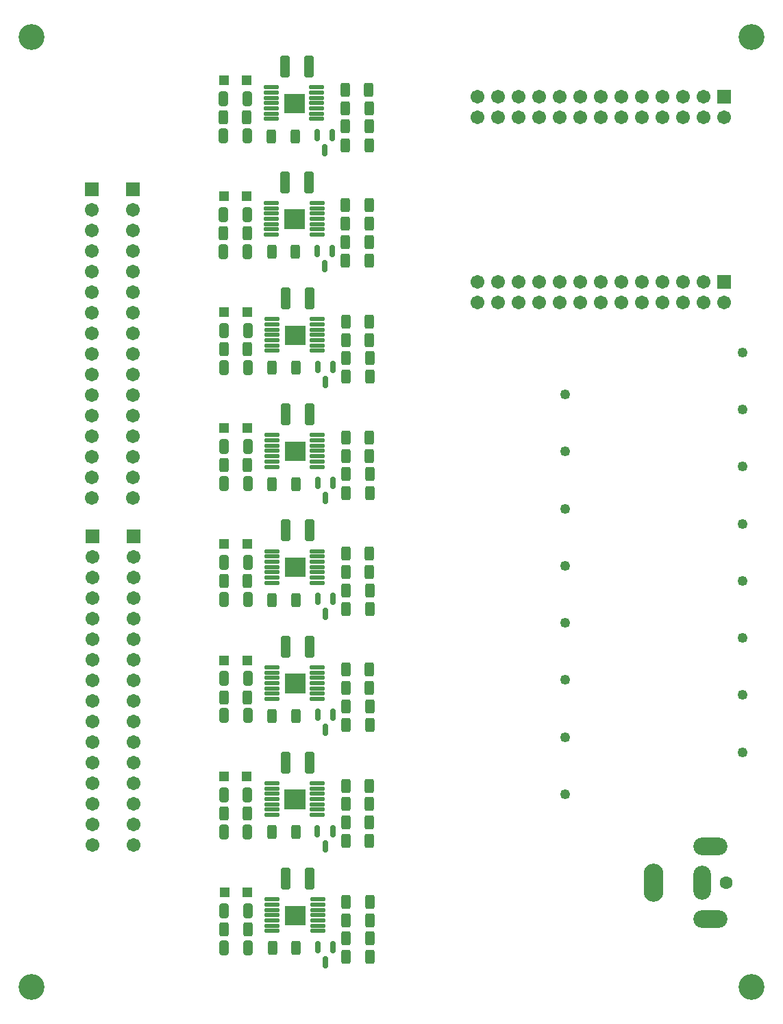
<source format=gbr>
G04 #@! TF.GenerationSoftware,KiCad,Pcbnew,8.0.1*
G04 #@! TF.CreationDate,2024-09-07T13:53:51-04:00*
G04 #@! TF.ProjectId,16ch-driver-v1,31366368-2d64-4726-9976-65722d76312e,rev?*
G04 #@! TF.SameCoordinates,Original*
G04 #@! TF.FileFunction,Soldermask,Bot*
G04 #@! TF.FilePolarity,Negative*
%FSLAX46Y46*%
G04 Gerber Fmt 4.6, Leading zero omitted, Abs format (unit mm)*
G04 Created by KiCad (PCBNEW 8.0.1) date 2024-09-07 13:53:51*
%MOMM*%
%LPD*%
G01*
G04 APERTURE LIST*
G04 Aperture macros list*
%AMRoundRect*
0 Rectangle with rounded corners*
0 $1 Rounding radius*
0 $2 $3 $4 $5 $6 $7 $8 $9 X,Y pos of 4 corners*
0 Add a 4 corners polygon primitive as box body*
4,1,4,$2,$3,$4,$5,$6,$7,$8,$9,$2,$3,0*
0 Add four circle primitives for the rounded corners*
1,1,$1+$1,$2,$3*
1,1,$1+$1,$4,$5*
1,1,$1+$1,$6,$7*
1,1,$1+$1,$8,$9*
0 Add four rect primitives between the rounded corners*
20,1,$1+$1,$2,$3,$4,$5,0*
20,1,$1+$1,$4,$5,$6,$7,0*
20,1,$1+$1,$6,$7,$8,$9,0*
20,1,$1+$1,$8,$9,$2,$3,0*%
G04 Aperture macros list end*
%ADD10C,0.010000*%
%ADD11C,3.200000*%
%ADD12C,1.250000*%
%ADD13RoundRect,0.102000X-0.754000X0.754000X-0.754000X-0.754000X0.754000X-0.754000X0.754000X0.754000X0*%
%ADD14C,1.712000*%
%ADD15C,1.600000*%
%ADD16O,2.454000X4.704000*%
%ADD17O,2.204000X4.204000*%
%ADD18O,4.204000X2.204000*%
%ADD19RoundRect,0.250000X0.312500X0.625000X-0.312500X0.625000X-0.312500X-0.625000X0.312500X-0.625000X0*%
%ADD20RoundRect,0.150000X-0.150000X0.587500X-0.150000X-0.587500X0.150000X-0.587500X0.150000X0.587500X0*%
%ADD21RoundRect,0.250000X0.325000X1.100000X-0.325000X1.100000X-0.325000X-1.100000X0.325000X-1.100000X0*%
%ADD22RoundRect,0.250000X-0.325000X-0.650000X0.325000X-0.650000X0.325000X0.650000X-0.325000X0.650000X0*%
%ADD23RoundRect,0.102000X-0.800000X-0.150000X0.800000X-0.150000X0.800000X0.150000X-0.800000X0.150000X0*%
%ADD24R,1.200000X1.200000*%
%ADD25RoundRect,0.250000X-0.312500X-0.625000X0.312500X-0.625000X0.312500X0.625000X-0.312500X0.625000X0*%
G04 APERTURE END LIST*
D10*
G04 #@! TO.C,U12*
X127816503Y-94084999D02*
X125356503Y-94084999D01*
X125356503Y-91774999D01*
X127816503Y-91774999D01*
X127816503Y-94084999D01*
G36*
X127816503Y-94084999D02*
G01*
X125356503Y-94084999D01*
X125356503Y-91774999D01*
X127816503Y-91774999D01*
X127816503Y-94084999D01*
G37*
G04 #@! TO.C,U13*
X127816503Y-108409999D02*
X125356503Y-108409999D01*
X125356503Y-106099999D01*
X127816503Y-106099999D01*
X127816503Y-108409999D01*
G36*
X127816503Y-108409999D02*
G01*
X125356503Y-108409999D01*
X125356503Y-106099999D01*
X127816503Y-106099999D01*
X127816503Y-108409999D01*
G37*
G04 #@! TO.C,U9*
X127741503Y-51147499D02*
X125281503Y-51147499D01*
X125281503Y-48837499D01*
X127741503Y-48837499D01*
X127741503Y-51147499D01*
G36*
X127741503Y-51147499D02*
G01*
X125281503Y-51147499D01*
X125281503Y-48837499D01*
X127741503Y-48837499D01*
X127741503Y-51147499D01*
G37*
G04 #@! TO.C,U16*
X127847502Y-151379999D02*
X125387502Y-151379999D01*
X125387502Y-149069999D01*
X127847502Y-149069999D01*
X127847502Y-151379999D01*
G36*
X127847502Y-151379999D02*
G01*
X125387502Y-151379999D01*
X125387502Y-149069999D01*
X127847502Y-149069999D01*
X127847502Y-151379999D01*
G37*
G04 #@! TO.C,U10*
X127766503Y-65434999D02*
X125306503Y-65434999D01*
X125306503Y-63124999D01*
X127766503Y-63124999D01*
X127766503Y-65434999D01*
G36*
X127766503Y-65434999D02*
G01*
X125306503Y-65434999D01*
X125306503Y-63124999D01*
X127766503Y-63124999D01*
X127766503Y-65434999D01*
G37*
G04 #@! TO.C,U14*
X127816503Y-122734999D02*
X125356503Y-122734999D01*
X125356503Y-120424999D01*
X127816503Y-120424999D01*
X127816503Y-122734999D01*
G36*
X127816503Y-122734999D02*
G01*
X125356503Y-122734999D01*
X125356503Y-120424999D01*
X127816503Y-120424999D01*
X127816503Y-122734999D01*
G37*
G04 #@! TO.C,U15*
X127805000Y-137065000D02*
X125345000Y-137065000D01*
X125345000Y-134755000D01*
X127805000Y-134755000D01*
X127805000Y-137065000D01*
G36*
X127805000Y-137065000D02*
G01*
X125345000Y-137065000D01*
X125345000Y-134755000D01*
X127805000Y-134755000D01*
X127805000Y-137065000D01*
G37*
G04 #@! TO.C,U11*
X127816503Y-79759999D02*
X125356503Y-79759999D01*
X125356503Y-77449999D01*
X127816503Y-77449999D01*
X127816503Y-79759999D01*
G36*
X127816503Y-79759999D02*
G01*
X125356503Y-79759999D01*
X125356503Y-77449999D01*
X127816503Y-77449999D01*
X127816503Y-79759999D01*
G37*
G04 #@! TD*
D11*
G04 #@! TO.C,H3*
X94075000Y-41835000D03*
G04 #@! TD*
D12*
G04 #@! TO.C,LP4*
X181980000Y-101910000D03*
X159980000Y-107110000D03*
G04 #@! TD*
D13*
G04 #@! TO.C,J3*
X106637502Y-60639998D03*
X101557502Y-60639998D03*
D14*
X106637502Y-63179998D03*
X101557502Y-63179998D03*
X106637502Y-65719998D03*
X101557502Y-65719998D03*
X106637502Y-68259998D03*
X101557502Y-68259998D03*
X106637502Y-70799998D03*
X101557502Y-70799998D03*
X106637502Y-73339998D03*
X101557502Y-73339998D03*
X106637502Y-75879998D03*
X101557502Y-75879998D03*
X106637502Y-78419998D03*
X101557502Y-78419998D03*
X106637502Y-80959998D03*
X101557502Y-80959998D03*
X106637502Y-83499998D03*
X101557502Y-83499998D03*
X106637502Y-86039998D03*
X101557502Y-86039998D03*
X106637502Y-88579998D03*
X101557502Y-88579998D03*
X106637502Y-91119998D03*
X101557502Y-91119998D03*
X106637502Y-93659998D03*
X101557502Y-93659998D03*
X106637502Y-96199998D03*
X101557502Y-96199998D03*
X106637502Y-98739998D03*
X101557502Y-98739998D03*
G04 #@! TD*
D12*
G04 #@! TO.C,LP7*
X181979997Y-123060001D03*
X159979997Y-128260001D03*
G04 #@! TD*
G04 #@! TO.C,LP5*
X181979998Y-108959998D03*
X159979998Y-114159998D03*
G04 #@! TD*
D15*
G04 #@! TO.C,J1*
X179955086Y-146253591D03*
D16*
X170955086Y-146253591D03*
D17*
X176955086Y-146253591D03*
D18*
X177955086Y-141753591D03*
X177955086Y-150753591D03*
G04 #@! TD*
D11*
G04 #@! TO.C,H1*
X94075000Y-159060000D03*
G04 #@! TD*
D13*
G04 #@! TO.C,J4*
X106662502Y-103439998D03*
X101582502Y-103439998D03*
D14*
X106662502Y-105979998D03*
X101582502Y-105979998D03*
X106662502Y-108519998D03*
X101582502Y-108519998D03*
X106662502Y-111059998D03*
X101582502Y-111059998D03*
X106662502Y-113599998D03*
X101582502Y-113599998D03*
X106662502Y-116139998D03*
X101582502Y-116139998D03*
X106662502Y-118679998D03*
X101582502Y-118679998D03*
X106662502Y-121219998D03*
X101582502Y-121219998D03*
X106662502Y-123759998D03*
X101582502Y-123759998D03*
X106662502Y-126299998D03*
X101582502Y-126299998D03*
X106662502Y-128839998D03*
X101582502Y-128839998D03*
X106662502Y-131379998D03*
X101582502Y-131379998D03*
X106662502Y-133919998D03*
X101582502Y-133919998D03*
X106662502Y-136459998D03*
X101582502Y-136459998D03*
X106662502Y-138999998D03*
X101582502Y-138999998D03*
X106662502Y-141539998D03*
X101582502Y-141539998D03*
G04 #@! TD*
D11*
G04 #@! TO.C,H2*
X183025000Y-159060000D03*
G04 #@! TD*
D13*
G04 #@! TO.C,U18*
X179697064Y-49188987D03*
D14*
X179697064Y-51728987D03*
X177157064Y-49188987D03*
X177157064Y-51728987D03*
X174617064Y-49188987D03*
X174617064Y-51728987D03*
X172077064Y-49188987D03*
X172077064Y-51728987D03*
X169537064Y-49188987D03*
X169537064Y-51728987D03*
X166997064Y-49188987D03*
X166997064Y-51728987D03*
X164457064Y-49188987D03*
X164457064Y-51728987D03*
X161917064Y-49188987D03*
X161917064Y-51728987D03*
X159377064Y-49188987D03*
X159377064Y-51728987D03*
X156837064Y-49188987D03*
X156837064Y-51728987D03*
X154297064Y-49188987D03*
X154297064Y-51728987D03*
X151757064Y-49188987D03*
X151757064Y-51728987D03*
X149217064Y-49188987D03*
X149217064Y-51728987D03*
D13*
X179697064Y-72078987D03*
D14*
X179687064Y-74618987D03*
X177157064Y-72078987D03*
X177157064Y-74618987D03*
X174617064Y-72078987D03*
X174617064Y-74618987D03*
X172077064Y-72078987D03*
X172077064Y-74618987D03*
X169537064Y-72078987D03*
X169537064Y-74618987D03*
X166997064Y-72078987D03*
X166997064Y-74618987D03*
X164457064Y-72078987D03*
X164457064Y-74618987D03*
X161917064Y-72078987D03*
X161917064Y-74618987D03*
X159377064Y-72078987D03*
X159377064Y-74618987D03*
X156837064Y-72078987D03*
X156837064Y-74618987D03*
X154297064Y-72078987D03*
X154297064Y-74618987D03*
X151757064Y-72078987D03*
X151757064Y-74618987D03*
X149217064Y-72078987D03*
X149217064Y-74618987D03*
G04 #@! TD*
D12*
G04 #@! TO.C,LP8*
X181980000Y-130110000D03*
X159980000Y-135310000D03*
G04 #@! TD*
G04 #@! TO.C,LP2*
X181979997Y-87810002D03*
X159979997Y-93010002D03*
G04 #@! TD*
D11*
G04 #@! TO.C,H4*
X183025000Y-41835000D03*
G04 #@! TD*
D12*
G04 #@! TO.C,LP6*
X181980000Y-116010002D03*
X159980000Y-121210002D03*
G04 #@! TD*
G04 #@! TO.C,LP1*
X181979997Y-80759998D03*
X159979997Y-85959998D03*
G04 #@! TD*
G04 #@! TO.C,LP3*
X181980000Y-94860000D03*
X159980000Y-100060000D03*
G04 #@! TD*
D19*
G04 #@! TO.C,R78*
X135830002Y-105594999D03*
X132905002Y-105594999D03*
G04 #@! TD*
G04 #@! TO.C,R55*
X135800002Y-69459999D03*
X132875002Y-69459999D03*
G04 #@! TD*
G04 #@! TO.C,R67*
X135850002Y-98109999D03*
X132925002Y-98109999D03*
G04 #@! TD*
D20*
G04 #@! TO.C,Q9*
X129342502Y-53924999D03*
X131242502Y-53924999D03*
X130292502Y-55799999D03*
G04 #@! TD*
D19*
G04 #@! TO.C,R60*
X135780002Y-62619999D03*
X132855002Y-62619999D03*
G04 #@! TD*
D21*
G04 #@! TO.C,C38*
X128417502Y-102749999D03*
X125467502Y-102749999D03*
G04 #@! TD*
G04 #@! TO.C,C32*
X128417502Y-74099999D03*
X125467502Y-74099999D03*
G04 #@! TD*
D22*
G04 #@! TO.C,C27*
X117757502Y-54022499D03*
X120707502Y-54022499D03*
G04 #@! TD*
D20*
G04 #@! TO.C,Q16*
X129448501Y-154157499D03*
X131348501Y-154157499D03*
X130398501Y-156032499D03*
G04 #@! TD*
D19*
G04 #@! TO.C,R70*
X135848803Y-95808299D03*
X132923803Y-95808299D03*
G04 #@! TD*
D21*
G04 #@! TO.C,C35*
X128417502Y-88424999D03*
X125467502Y-88424999D03*
G04 #@! TD*
D19*
G04 #@! TO.C,R57*
X135796503Y-64899999D03*
X132871503Y-64899999D03*
G04 #@! TD*
D23*
G04 #@! TO.C,U12*
X123786503Y-94879999D03*
X123786503Y-94229999D03*
X123786503Y-93579999D03*
X123786503Y-92929999D03*
X123786503Y-92279999D03*
X123786503Y-91629999D03*
X123786503Y-90979999D03*
X129386503Y-90979999D03*
X129386503Y-91629999D03*
X129386503Y-92279999D03*
X129386503Y-92929999D03*
X129386503Y-93579999D03*
X129386503Y-94229999D03*
X129386503Y-94879999D03*
G04 #@! TD*
D19*
G04 #@! TO.C,R92*
X126751001Y-154304999D03*
X123826001Y-154304999D03*
G04 #@! TD*
G04 #@! TO.C,R76*
X135848803Y-110133299D03*
X132923803Y-110133299D03*
G04 #@! TD*
G04 #@! TO.C,R90*
X135818499Y-134250000D03*
X132893499Y-134250000D03*
G04 #@! TD*
D22*
G04 #@! TO.C,C49*
X117863501Y-149684999D03*
X120813501Y-149684999D03*
G04 #@! TD*
G04 #@! TO.C,C39*
X117832502Y-111284999D03*
X120782502Y-111284999D03*
G04 #@! TD*
D19*
G04 #@! TO.C,R74*
X126720002Y-111334999D03*
X123795002Y-111334999D03*
G04 #@! TD*
G04 #@! TO.C,R63*
X135846503Y-79224999D03*
X132921503Y-79224999D03*
G04 #@! TD*
D20*
G04 #@! TO.C,Q15*
X129405999Y-139842500D03*
X131305999Y-139842500D03*
X130355999Y-141717500D03*
G04 #@! TD*
D19*
G04 #@! TO.C,R62*
X126720002Y-82684999D03*
X123795002Y-82684999D03*
G04 #@! TD*
D24*
G04 #@! TO.C,D28*
X120645002Y-61469999D03*
X117845002Y-61469999D03*
G04 #@! TD*
D23*
G04 #@! TO.C,U13*
X123786503Y-109204999D03*
X123786503Y-108554999D03*
X123786503Y-107904999D03*
X123786503Y-107254999D03*
X123786503Y-106604999D03*
X123786503Y-105954999D03*
X123786503Y-105304999D03*
X129386503Y-105304999D03*
X129386503Y-105954999D03*
X129386503Y-106604999D03*
X129386503Y-107254999D03*
X129386503Y-107904999D03*
X129386503Y-108554999D03*
X129386503Y-109204999D03*
G04 #@! TD*
D22*
G04 #@! TO.C,C30*
X117782502Y-68309999D03*
X120732502Y-68309999D03*
G04 #@! TD*
D24*
G04 #@! TO.C,D25*
X120620002Y-47182499D03*
X117820002Y-47182499D03*
G04 #@! TD*
D19*
G04 #@! TO.C,R69*
X135846503Y-93549999D03*
X132921503Y-93549999D03*
G04 #@! TD*
G04 #@! TO.C,R61*
X135850002Y-83784999D03*
X132925002Y-83784999D03*
G04 #@! TD*
G04 #@! TO.C,R68*
X126720002Y-97009999D03*
X123795002Y-97009999D03*
G04 #@! TD*
D21*
G04 #@! TO.C,C29*
X128367502Y-59774999D03*
X125417502Y-59774999D03*
G04 #@! TD*
D19*
G04 #@! TO.C,R94*
X135879802Y-153103299D03*
X132954802Y-153103299D03*
G04 #@! TD*
G04 #@! TO.C,R85*
X135838499Y-141090000D03*
X132913499Y-141090000D03*
G04 #@! TD*
G04 #@! TO.C,R64*
X135848803Y-81483299D03*
X132923803Y-81483299D03*
G04 #@! TD*
D25*
G04 #@! TO.C,R59*
X117786503Y-66029999D03*
X120711503Y-66029999D03*
G04 #@! TD*
D19*
G04 #@! TO.C,R84*
X135830002Y-119919999D03*
X132905002Y-119919999D03*
G04 #@! TD*
G04 #@! TO.C,R54*
X135755002Y-48332499D03*
X132830002Y-48332499D03*
G04 #@! TD*
D22*
G04 #@! TO.C,C40*
X117832502Y-106714999D03*
X120782502Y-106714999D03*
G04 #@! TD*
D24*
G04 #@! TO.C,D37*
X120695002Y-104444999D03*
X117895002Y-104444999D03*
G04 #@! TD*
D19*
G04 #@! TO.C,R49*
X135775002Y-55172499D03*
X132850002Y-55172499D03*
G04 #@! TD*
D23*
G04 #@! TO.C,U9*
X123711503Y-51942499D03*
X123711503Y-51292499D03*
X123711503Y-50642499D03*
X123711503Y-49992499D03*
X123711503Y-49342499D03*
X123711503Y-48692499D03*
X123711503Y-48042499D03*
X129311503Y-48042499D03*
X129311503Y-48692499D03*
X129311503Y-49342499D03*
X129311503Y-49992499D03*
X129311503Y-50642499D03*
X129311503Y-51292499D03*
X129311503Y-51942499D03*
G04 #@! TD*
D19*
G04 #@! TO.C,R50*
X126645002Y-54072499D03*
X123720002Y-54072499D03*
G04 #@! TD*
G04 #@! TO.C,R73*
X135850002Y-112434999D03*
X132925002Y-112434999D03*
G04 #@! TD*
D20*
G04 #@! TO.C,Q10*
X129367502Y-68212499D03*
X131267502Y-68212499D03*
X130317502Y-70087499D03*
G04 #@! TD*
D21*
G04 #@! TO.C,C26*
X128342502Y-45487499D03*
X125392502Y-45487499D03*
G04 #@! TD*
D24*
G04 #@! TO.C,D34*
X120695002Y-90119999D03*
X117895002Y-90119999D03*
G04 #@! TD*
D19*
G04 #@! TO.C,R72*
X135830002Y-91269999D03*
X132905002Y-91269999D03*
G04 #@! TD*
D22*
G04 #@! TO.C,C45*
X117820999Y-139940000D03*
X120770999Y-139940000D03*
G04 #@! TD*
G04 #@! TO.C,C37*
X117832502Y-92389999D03*
X120782502Y-92389999D03*
G04 #@! TD*
D19*
G04 #@! TO.C,R66*
X135830002Y-76944999D03*
X132905002Y-76944999D03*
G04 #@! TD*
D22*
G04 #@! TO.C,C31*
X117782502Y-63739999D03*
X120732502Y-63739999D03*
G04 #@! TD*
D19*
G04 #@! TO.C,R96*
X135861001Y-148564999D03*
X132936001Y-148564999D03*
G04 #@! TD*
D22*
G04 #@! TO.C,C43*
X117832502Y-121039999D03*
X120782502Y-121039999D03*
G04 #@! TD*
G04 #@! TO.C,C46*
X117820999Y-135370000D03*
X120770999Y-135370000D03*
G04 #@! TD*
D25*
G04 #@! TO.C,R71*
X117836503Y-94679999D03*
X120761503Y-94679999D03*
G04 #@! TD*
D19*
G04 #@! TO.C,R75*
X135846503Y-107874999D03*
X132921503Y-107874999D03*
G04 #@! TD*
D24*
G04 #@! TO.C,D40*
X120695002Y-118769999D03*
X117895002Y-118769999D03*
G04 #@! TD*
D23*
G04 #@! TO.C,U16*
X123817502Y-152174999D03*
X123817502Y-151524999D03*
X123817502Y-150874999D03*
X123817502Y-150224999D03*
X123817502Y-149574999D03*
X123817502Y-148924999D03*
X123817502Y-148274999D03*
X129417502Y-148274999D03*
X129417502Y-148924999D03*
X129417502Y-149574999D03*
X129417502Y-150224999D03*
X129417502Y-150874999D03*
X129417502Y-151524999D03*
X129417502Y-152174999D03*
G04 #@! TD*
D21*
G04 #@! TO.C,C41*
X128417502Y-117074999D03*
X125467502Y-117074999D03*
G04 #@! TD*
D19*
G04 #@! TO.C,R93*
X135877502Y-150844999D03*
X132952502Y-150844999D03*
G04 #@! TD*
D23*
G04 #@! TO.C,U10*
X123736503Y-66229999D03*
X123736503Y-65579999D03*
X123736503Y-64929999D03*
X123736503Y-64279999D03*
X123736503Y-63629999D03*
X123736503Y-62979999D03*
X123736503Y-62329999D03*
X129336503Y-62329999D03*
X129336503Y-62979999D03*
X129336503Y-63629999D03*
X129336503Y-64279999D03*
X129336503Y-64929999D03*
X129336503Y-65579999D03*
X129336503Y-66229999D03*
G04 #@! TD*
D19*
G04 #@! TO.C,R51*
X135771503Y-50612499D03*
X132846503Y-50612499D03*
G04 #@! TD*
D25*
G04 #@! TO.C,R77*
X117836503Y-109004999D03*
X120761503Y-109004999D03*
G04 #@! TD*
D24*
G04 #@! TO.C,D43*
X120683499Y-133100000D03*
X117883499Y-133100000D03*
G04 #@! TD*
D22*
G04 #@! TO.C,C42*
X117832502Y-125609999D03*
X120782502Y-125609999D03*
G04 #@! TD*
G04 #@! TO.C,C36*
X117832502Y-96959999D03*
X120782502Y-96959999D03*
G04 #@! TD*
D21*
G04 #@! TO.C,C47*
X128448501Y-145719999D03*
X125498501Y-145719999D03*
G04 #@! TD*
D22*
G04 #@! TO.C,C34*
X117832502Y-78064999D03*
X120782502Y-78064999D03*
G04 #@! TD*
D19*
G04 #@! TO.C,R91*
X135881001Y-155404999D03*
X132956001Y-155404999D03*
G04 #@! TD*
D23*
G04 #@! TO.C,U14*
X123786503Y-123529999D03*
X123786503Y-122879999D03*
X123786503Y-122229999D03*
X123786503Y-121579999D03*
X123786503Y-120929999D03*
X123786503Y-120279999D03*
X123786503Y-119629999D03*
X129386503Y-119629999D03*
X129386503Y-120279999D03*
X129386503Y-120929999D03*
X129386503Y-121579999D03*
X129386503Y-122229999D03*
X129386503Y-122879999D03*
X129386503Y-123529999D03*
G04 #@! TD*
D19*
G04 #@! TO.C,R58*
X135798803Y-67158299D03*
X132873803Y-67158299D03*
G04 #@! TD*
D25*
G04 #@! TO.C,R65*
X117836503Y-80354999D03*
X120761503Y-80354999D03*
G04 #@! TD*
D20*
G04 #@! TO.C,Q11*
X129417502Y-82537499D03*
X131317502Y-82537499D03*
X130367502Y-84412499D03*
G04 #@! TD*
G04 #@! TO.C,Q14*
X129417502Y-125512499D03*
X131317502Y-125512499D03*
X130367502Y-127387499D03*
G04 #@! TD*
D25*
G04 #@! TO.C,R89*
X117825000Y-137660000D03*
X120750000Y-137660000D03*
G04 #@! TD*
D19*
G04 #@! TO.C,R80*
X126720002Y-125659999D03*
X123795002Y-125659999D03*
G04 #@! TD*
D22*
G04 #@! TO.C,C28*
X117757502Y-49452499D03*
X120707502Y-49452499D03*
G04 #@! TD*
D23*
G04 #@! TO.C,U15*
X123775000Y-137860000D03*
X123775000Y-137210000D03*
X123775000Y-136560000D03*
X123775000Y-135910000D03*
X123775000Y-135260000D03*
X123775000Y-134610000D03*
X123775000Y-133960000D03*
X129375000Y-133960000D03*
X129375000Y-134610000D03*
X129375000Y-135260000D03*
X129375000Y-135910000D03*
X129375000Y-136560000D03*
X129375000Y-137210000D03*
X129375000Y-137860000D03*
G04 #@! TD*
D24*
G04 #@! TO.C,D46*
X120726001Y-147414999D03*
X117926001Y-147414999D03*
G04 #@! TD*
D19*
G04 #@! TO.C,R81*
X135846503Y-122199999D03*
X132921503Y-122199999D03*
G04 #@! TD*
G04 #@! TO.C,R52*
X135773803Y-52870799D03*
X132848803Y-52870799D03*
G04 #@! TD*
G04 #@! TO.C,R56*
X126670002Y-68359999D03*
X123745002Y-68359999D03*
G04 #@! TD*
G04 #@! TO.C,R82*
X135848803Y-124458299D03*
X132923803Y-124458299D03*
G04 #@! TD*
D25*
G04 #@! TO.C,R95*
X117867502Y-151974999D03*
X120792502Y-151974999D03*
G04 #@! TD*
D19*
G04 #@! TO.C,R79*
X135850002Y-126759999D03*
X132925002Y-126759999D03*
G04 #@! TD*
D21*
G04 #@! TO.C,C44*
X128405999Y-131405000D03*
X125455999Y-131405000D03*
G04 #@! TD*
D23*
G04 #@! TO.C,U11*
X123786503Y-80554999D03*
X123786503Y-79904999D03*
X123786503Y-79254999D03*
X123786503Y-78604999D03*
X123786503Y-77954999D03*
X123786503Y-77304999D03*
X123786503Y-76654999D03*
X129386503Y-76654999D03*
X129386503Y-77304999D03*
X129386503Y-77954999D03*
X129386503Y-78604999D03*
X129386503Y-79254999D03*
X129386503Y-79904999D03*
X129386503Y-80554999D03*
G04 #@! TD*
D19*
G04 #@! TO.C,R86*
X126708499Y-139990000D03*
X123783499Y-139990000D03*
G04 #@! TD*
D20*
G04 #@! TO.C,Q12*
X129417502Y-96862499D03*
X131317502Y-96862499D03*
X130367502Y-98737499D03*
G04 #@! TD*
D19*
G04 #@! TO.C,R88*
X135837300Y-138788300D03*
X132912300Y-138788300D03*
G04 #@! TD*
D20*
G04 #@! TO.C,Q13*
X129417502Y-111187499D03*
X131317502Y-111187499D03*
X130367502Y-113062499D03*
G04 #@! TD*
D25*
G04 #@! TO.C,R83*
X117836503Y-123329999D03*
X120761503Y-123329999D03*
G04 #@! TD*
D19*
G04 #@! TO.C,R87*
X135835000Y-136530000D03*
X132910000Y-136530000D03*
G04 #@! TD*
D25*
G04 #@! TO.C,R53*
X117761503Y-51742499D03*
X120686503Y-51742499D03*
G04 #@! TD*
D24*
G04 #@! TO.C,D31*
X120695002Y-75794999D03*
X117895002Y-75794999D03*
G04 #@! TD*
D22*
G04 #@! TO.C,C33*
X117832502Y-82634999D03*
X120782502Y-82634999D03*
G04 #@! TD*
G04 #@! TO.C,C48*
X117863501Y-154254999D03*
X120813501Y-154254999D03*
G04 #@! TD*
M02*

</source>
